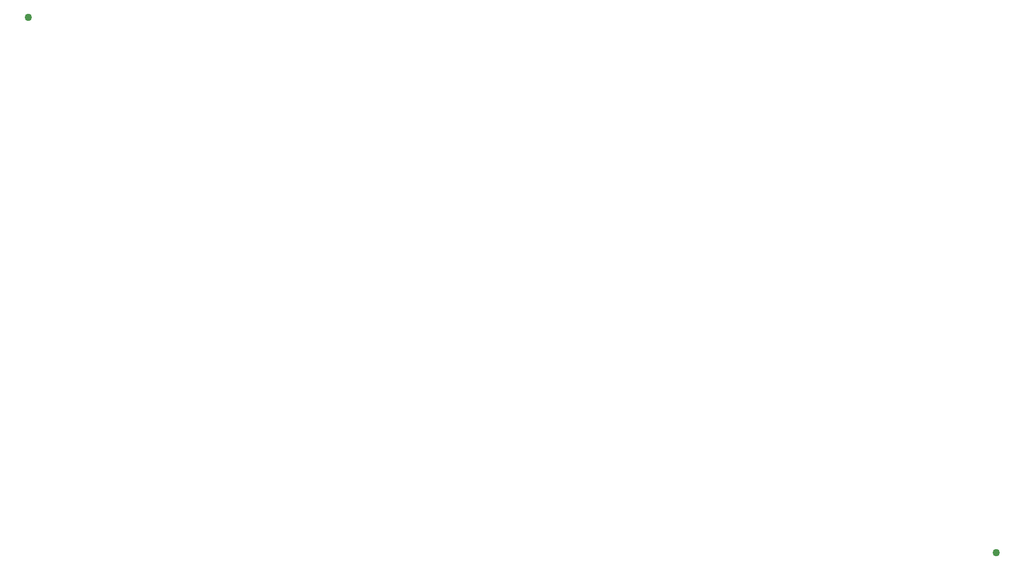
<source format=gbr>
G04 #@! TF.GenerationSoftware,KiCad,Pcbnew,5.0.2-bee76a0~70~ubuntu18.04.1*
G04 #@! TF.CreationDate,2019-06-19T23:06:31-07:00*
G04 #@! TF.ProjectId,aa-daughterboard-lvds,61612d64-6175-4676-9874-6572626f6172,rev?*
G04 #@! TF.SameCoordinates,Original*
G04 #@! TF.FileFunction,Paste,Bot*
G04 #@! TF.FilePolarity,Positive*
%FSLAX46Y46*%
G04 Gerber Fmt 4.6, Leading zero omitted, Abs format (unit mm)*
G04 Created by KiCad (PCBNEW 5.0.2-bee76a0~70~ubuntu18.04.1) date Wed 19 Jun 2019 11:06:31 PM PDT*
%MOMM*%
%LPD*%
G01*
G04 APERTURE LIST*
%ADD10C,1.275080*%
G04 APERTURE END LIST*
D10*
G04 #@! TO.C,AL6*
X223520000Y-144780000D03*
G04 #@! TD*
G04 #@! TO.C,AL5*
X58420000Y-53340000D03*
G04 #@! TD*
M02*

</source>
